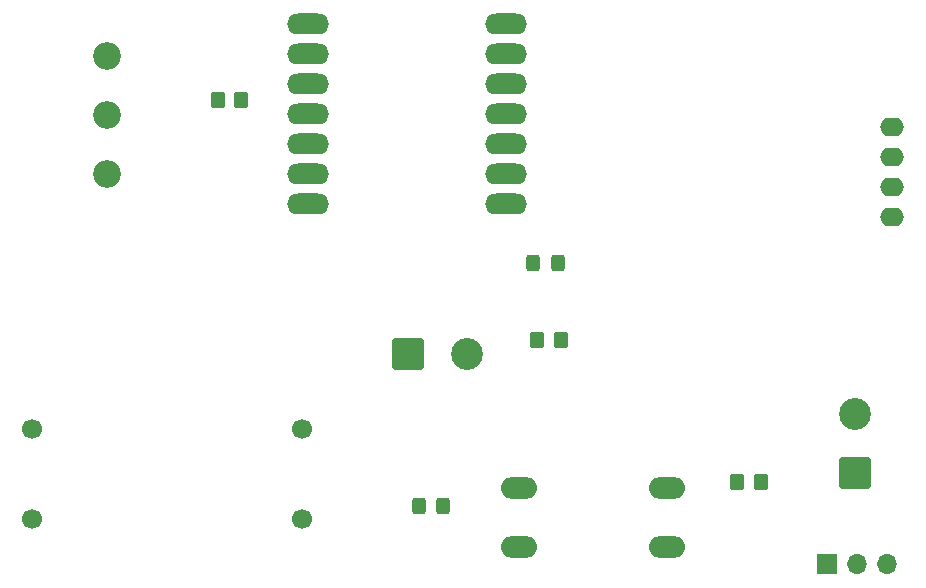
<source format=gbr>
%TF.GenerationSoftware,KiCad,Pcbnew,7.0.10*%
%TF.CreationDate,2024-01-21T17:13:34-08:00*%
%TF.ProjectId,motor_pcb,6d6f746f-725f-4706-9362-2e6b69636164,rev?*%
%TF.SameCoordinates,Original*%
%TF.FileFunction,Soldermask,Top*%
%TF.FilePolarity,Negative*%
%FSLAX46Y46*%
G04 Gerber Fmt 4.6, Leading zero omitted, Abs format (unit mm)*
G04 Created by KiCad (PCBNEW 7.0.10) date 2024-01-21 17:13:34*
%MOMM*%
%LPD*%
G01*
G04 APERTURE LIST*
G04 Aperture macros list*
%AMRoundRect*
0 Rectangle with rounded corners*
0 $1 Rounding radius*
0 $2 $3 $4 $5 $6 $7 $8 $9 X,Y pos of 4 corners*
0 Add a 4 corners polygon primitive as box body*
4,1,4,$2,$3,$4,$5,$6,$7,$8,$9,$2,$3,0*
0 Add four circle primitives for the rounded corners*
1,1,$1+$1,$2,$3*
1,1,$1+$1,$4,$5*
1,1,$1+$1,$6,$7*
1,1,$1+$1,$8,$9*
0 Add four rect primitives between the rounded corners*
20,1,$1+$1,$2,$3,$4,$5,0*
20,1,$1+$1,$4,$5,$6,$7,0*
20,1,$1+$1,$6,$7,$8,$9,0*
20,1,$1+$1,$8,$9,$2,$3,0*%
G04 Aperture macros list end*
%ADD10RoundRect,0.250000X0.350000X0.450000X-0.350000X0.450000X-0.350000X-0.450000X0.350000X-0.450000X0*%
%ADD11RoundRect,0.250000X0.325000X0.450000X-0.325000X0.450000X-0.325000X-0.450000X0.325000X-0.450000X0*%
%ADD12RoundRect,0.250001X-1.099999X-1.099999X1.099999X-1.099999X1.099999X1.099999X-1.099999X1.099999X0*%
%ADD13C,2.700000*%
%ADD14C,1.700000*%
%ADD15O,3.556000X1.778000*%
%ADD16R,1.700000X1.700000*%
%ADD17O,1.700000X1.700000*%
%ADD18O,3.048000X1.850000*%
%ADD19C,2.340000*%
%ADD20RoundRect,0.250000X-0.325000X-0.450000X0.325000X-0.450000X0.325000X0.450000X-0.325000X0.450000X0*%
%ADD21RoundRect,0.250001X1.099999X-1.099999X1.099999X1.099999X-1.099999X1.099999X-1.099999X-1.099999X0*%
%ADD22O,2.000000X1.600000*%
G04 APERTURE END LIST*
D10*
%TO.C,R3*%
X101900000Y-54700000D03*
X99900000Y-54700000D03*
%TD*%
D11*
%TO.C,D1*%
X99600000Y-48200000D03*
X101650000Y-48200000D03*
%TD*%
D12*
%TO.C,J1*%
X88980000Y-55880000D03*
D13*
X93980000Y-55880000D03*
%TD*%
D14*
%TO.C,M1*%
X80010000Y-62230000D03*
X80010000Y-69850000D03*
X57150000Y-69850000D03*
X57150000Y-62230000D03*
%TD*%
D15*
%TO.C,U1*%
X97282000Y-27940000D03*
X97282000Y-30480000D03*
X97282000Y-33020000D03*
X97282000Y-35560000D03*
X97282000Y-38100000D03*
X97282000Y-40640000D03*
X97282000Y-43180000D03*
X80518000Y-27940000D03*
X80518000Y-30480000D03*
X80518000Y-33020000D03*
X80518000Y-35560000D03*
X80518000Y-38100000D03*
X80518000Y-40640000D03*
X80518000Y-43180000D03*
%TD*%
D16*
%TO.C,SW2*%
X124460000Y-73660000D03*
D17*
X127000000Y-73660000D03*
X129540000Y-73660000D03*
%TD*%
D18*
%TO.C,SW1*%
X110875000Y-67250000D03*
X98375000Y-67250000D03*
X110875000Y-72250000D03*
X98375000Y-72250000D03*
%TD*%
D19*
%TO.C,RV1*%
X63500000Y-40640000D03*
X63500000Y-35640000D03*
X63500000Y-30640000D03*
%TD*%
D10*
%TO.C,R2*%
X72875000Y-34350000D03*
X74875000Y-34350000D03*
%TD*%
%TO.C,R1*%
X116850000Y-66750000D03*
X118850000Y-66750000D03*
%TD*%
D20*
%TO.C,D2*%
X89875000Y-68750000D03*
X91925000Y-68750000D03*
%TD*%
D21*
%TO.C,BT1*%
X126800000Y-66000000D03*
D13*
X126800000Y-61000000D03*
%TD*%
D22*
%TO.C,Brd1*%
X129980000Y-36640000D03*
X129980000Y-39180000D03*
X129980000Y-44260000D03*
X129980000Y-41720000D03*
%TD*%
M02*

</source>
